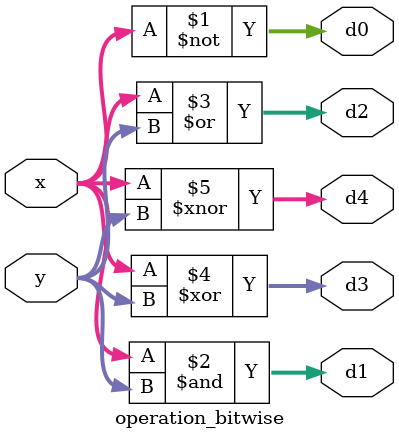
<source format=v>
`timescale 1ns / 1ps


module operation_bitwise(
input [3:0]x,y,
output [3:0]d0,d1,d2,d3,d4);

assign d0=~x;
assign d1=x&y;
assign d2=x|y;
assign d3=x^y;
assign d4=x^~y;

endmodule


</source>
